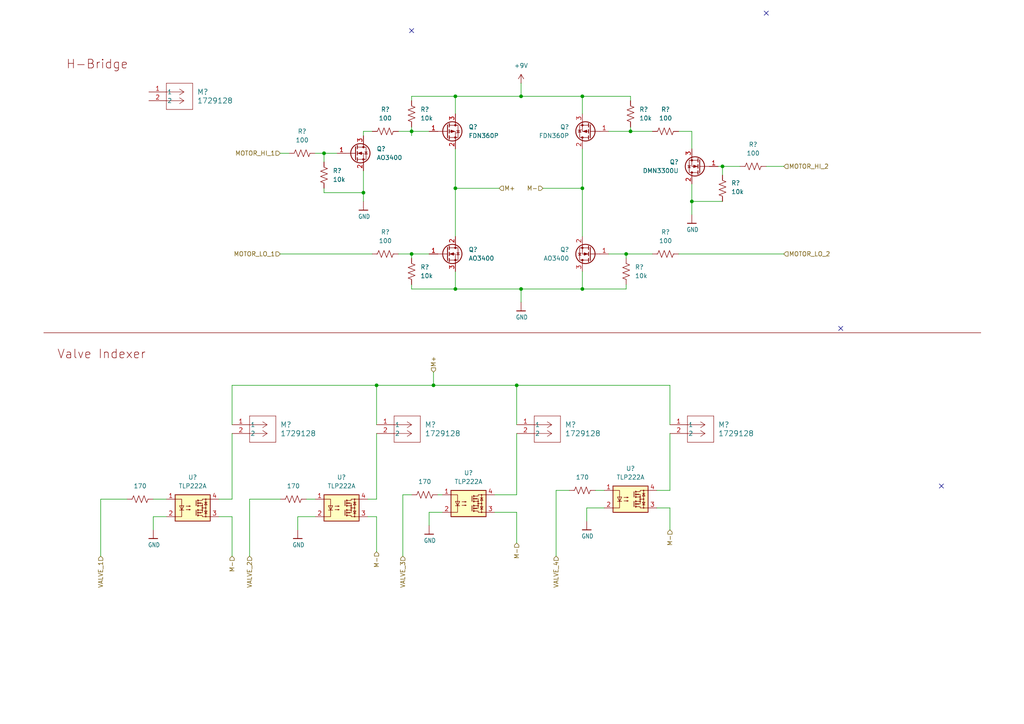
<source format=kicad_sch>
(kicad_sch (version 20250114) (generator "eeschema") (generator_version "9.0")
  (paper "A4")
  (lib_symbols
    (symbol "2025-11-01_13-33-45:1729128" (pin_names (offset 0.254))
      (property "Reference" "J" (at 8.89 6.35 0))
      (property "Value" "1729128" (at 0 0 0))
      (symbol "1729128_1_1"
        (polyline (pts (xy 5.08 2.54) (xy 5.08 -5.08)) (stroke (width 0.127)))
        (polyline (pts (xy 5.08 -5.08) (xy 12.7 -5.08)) (stroke (width 0.127)))
        (polyline (pts (xy 10.16 0) (xy 5.08 0)) (stroke (width 0.127)))
        (polyline (pts (xy 10.16 0) (xy 8.89 0.8467)) (stroke (width 0.127)))
        (polyline (pts (xy 10.16 0) (xy 8.89 -0.8467)) (stroke (width 0.127)))
        (polyline (pts (xy 10.16 -2.54) (xy 5.08 -2.54)) (stroke (width 0.127)))
        (polyline (pts (xy 10.16 -2.54) (xy 8.89 -1.6933)) (stroke (width 0.127)))
        (polyline (pts (xy 10.16 -2.54) (xy 8.89 -3.3867)) (stroke (width 0.127)))
        (polyline (pts (xy 12.7 2.54) (xy 5.08 2.54)) (stroke (width 0.127)))
        (polyline (pts (xy 12.7 -5.08) (xy 12.7 2.54)) (stroke (width 0.127)))
        (pin unspecified line (at 0 0 0) (length 5.08) (name "1") (number "1"))
        (pin unspecified line (at 0 -2.54 0) (length 5.08) (name "2") (number "2"))
      )
      (symbol "1729128_1_2"
        (polyline (pts (xy 5.08 2.54) (xy 5.08 -5.08)) (stroke (width 0.127)))
        (polyline (pts (xy 5.08 -5.08) (xy 12.7 -5.08)) (stroke (width 0.127)))
        (polyline (pts (xy 7.62 0) (xy 5.08 0)) (stroke (width 0.127)))
        (polyline (pts (xy 7.62 0) (xy 8.89 0.8467)) (stroke (width 0.127)))
        (polyline (pts (xy 7.62 0) (xy 8.89 -0.8467)) (stroke (width 0.127)))
        (polyline (pts (xy 7.62 -2.54) (xy 5.08 -2.54)) (stroke (width 0.127)))
        (polyline (pts (xy 7.62 -2.54) (xy 8.89 -1.6933)) (stroke (width 0.127)))
        (polyline (pts (xy 7.62 -2.54) (xy 8.89 -3.3867)) (stroke (width 0.127)))
        (polyline (pts (xy 12.7 2.54) (xy 5.08 2.54)) (stroke (width 0.127)))
        (polyline (pts (xy 12.7 -5.08) (xy 12.7 2.54)) (stroke (width 0.127)))
        (pin unspecified line (at 0 0 0) (length 5.08) (name "1") (number "1"))
        (pin unspecified line (at 0 -2.54 0) (length 5.08) (name "2") (number "2"))
      )
    )
    (symbol "Adafruit Feather RP2040 RFM-eagle-import:GND" (power)
      (symbol "GND_1_0"
        (polyline (pts (xy -1.27 0) (xy 1.27 0)) (stroke (width 0.254)))
        (pin power_in line (at 0 2.54 270) (length 2.54) (name "GND") (number "1"))
      )
    )
    (symbol "DMN3300U_1" (pin_names (offset 0) (hide yes))
      (property "Reference" "Q2" (at 6.35 1.2701 0))
      (property "Value" "DMN3300U" (at 6.35 -1.2699 0))
      (symbol "DMN3300U_1_0_1"
        (polyline (pts (xy 0.254 1.905) (xy 0.254 -1.905)) (stroke (width 0.254)))
        (polyline (pts (xy 0.254 0) (xy -2.54 0)))
        (polyline (pts (xy 0.762 2.286) (xy 0.762 1.27)) (stroke (width 0.254)))
        (polyline (pts (xy 0.762 0.508) (xy 0.762 -0.508)) (stroke (width 0.254)))
        (polyline (pts (xy 0.762 -1.27) (xy 0.762 -2.286)) (stroke (width 0.254)))
        (polyline (pts (xy 0.762 -1.778) (xy 3.302 -1.778) (xy 3.302 1.778) (xy 0.762 1.778)))
        (polyline (pts (xy 1.016 0) (xy 2.032 0.381) (xy 2.032 -0.381) (xy 1.016 0)) (fill (type outline)))
        (circle (center 1.651 0) (radius 2.794) (stroke (width 0.254)))
        (polyline (pts (xy 2.54 2.54) (xy 2.54 1.778)))
        (circle (center 2.54 1.778) (radius 0.254) (fill (type outline)))
        (circle (center 2.54 -1.778) (radius 0.254) (fill (type outline)))
        (polyline (pts (xy 2.54 -2.54) (xy 2.54 0) (xy 0.762 0)))
        (polyline (pts (xy 2.921 0.381) (xy 3.683 0.381)))
        (polyline (pts (xy 3.302 0.381) (xy 2.921 -0.254) (xy 3.683 -0.254) (xy 3.302 0.381)))
      )
      (symbol "DMN3300U_1_1_1"
        (pin input line (at -5.08 0 0) (length 2.54) (name "G") (number "1"))
        (pin passive line (at 2.54 5.08 270) (length 2.54) (name "S") (number "2"))
        (pin passive line (at 2.54 -5.08 90) (length 2.54) (name "D") (number "3"))
      )
    )
    (symbol "Device:R_US" (pin_numbers (hide yes)) (pin_names (offset 0))
      (property "Reference" "R" (at 2.54 0 90))
      (property "Value" "R_US" (at -2.54 0 90))
      (symbol "R_US_0_1"
        (polyline (pts (xy 0 2.286) (xy 0 2.54)))
        (polyline (pts (xy 0 2.286) (xy 1.016 1.905) (xy 0 1.524) (xy -1.016 1.143) (xy 0 0.762)))
        (polyline (pts (xy 0 0.762) (xy 1.016 0.381) (xy 0 0) (xy -1.016 -0.381) (xy 0 -0.762)))
        (polyline (pts (xy 0 -0.762) (xy 1.016 -1.143) (xy 0 -1.524) (xy -1.016 -1.905) (xy 0 -2.286)))
        (polyline (pts (xy 0 -2.286) (xy 0 -2.54)))
      )
      (symbol "R_US_1_1"
        (pin passive line (at 0 3.81 270) (length 1.27) (name "~") (number "1"))
        (pin passive line (at 0 -3.81 90) (length 1.27) (name "~") (number "2"))
      )
    )
    (symbol "FDN340P_1" (pin_names (hide yes))
      (property "Reference" "Q9" (at 6.35 -1.2701 0))
      (property "Value" "FDN340P" (at 6.35 1.2699 0))
      (symbol "FDN340P_1_0_1"
        (polyline (pts (xy 0.254 1.905) (xy 0.254 -1.905)) (stroke (width 0.254)))
        (polyline (pts (xy 0.254 0) (xy -2.54 0)))
        (polyline (pts (xy 0.762 2.286) (xy 0.762 1.27)) (stroke (width 0.254)))
        (polyline (pts (xy 0.762 1.778) (xy 3.302 1.778) (xy 3.302 -1.778) (xy 0.762 -1.778)))
        (polyline (pts (xy 0.762 0.508) (xy 0.762 -0.508)) (stroke (width 0.254)))
        (polyline (pts (xy 0.762 -1.27) (xy 0.762 -2.286)) (stroke (width 0.254)))
        (circle (center 1.651 0) (radius 2.794) (stroke (width 0.254)))
        (polyline (pts (xy 2.286 0) (xy 1.27 0.381) (xy 1.27 -0.381) (xy 2.286 0)) (fill (type outline)))
        (polyline (pts (xy 2.54 2.54) (xy 2.54 1.778)))
        (circle (center 2.54 1.778) (radius 0.254) (fill (type outline)))
        (circle (center 2.54 -1.778) (radius 0.254) (fill (type outline)))
        (polyline (pts (xy 2.54 -2.54) (xy 2.54 0) (xy 0.762 0)))
        (polyline (pts (xy 2.794 -0.508) (xy 2.921 -0.381) (xy 3.683 -0.381) (xy 3.81 -0.254)))
        (polyline (pts (xy 3.302 -0.381) (xy 2.921 0.254) (xy 3.683 0.254) (xy 3.302 -0.381)))
      )
      (symbol "FDN340P_1_1_1"
        (pin input line (at -5.08 0 0) (length 2.54) (name "G") (number "1"))
        (pin passive line (at 2.54 5.08 270) (length 2.54) (name "S") (number "2"))
        (pin passive line (at 2.54 -5.08 90) (length 2.54) (name "D") (number "3"))
      )
    )
    (symbol "Relay_SolidState:TLP222A"
      (property "Reference" "U" (at -5.08 5.08 0))
      (property "Value" "TLP222A" (at 0 5.08 0))
      (symbol "TLP222A_0_1"
        (rectangle (start -5.08 3.81) (end 5.08 -3.81) (stroke (width 0.254)) (fill (type background)))
        (polyline (pts (xy -5.08 2.54) (xy -3.175 2.54) (xy -3.175 -2.54) (xy -5.08 -2.54)))
        (polyline (pts (xy -3.81 -0.635) (xy -2.54 -0.635)))
        (polyline (pts (xy -3.175 -0.635) (xy -3.81 0.635) (xy -2.54 0.635) (xy -3.175 -0.635)))
        (polyline (pts (xy -1.905 0.508) (xy -0.635 0.508) (xy -1.016 0.381) (xy -1.016 0.635) (xy -0.635 0.508)))
        (polyline (pts (xy -1.905 -0.508) (xy -0.635 -0.508) (xy -1.016 -0.635) (xy -1.016 -0.381) (xy -0.635 -0.508)))
        (polyline (pts (xy 1.016 2.159) (xy 1.016 0.635)) (stroke (width 0.2032)))
        (polyline (pts (xy 1.016 -0.635) (xy 1.016 -2.159)) (stroke (width 0.2032)))
        (polyline (pts (xy 1.524 2.286) (xy 1.524 2.032) (xy 1.524 2.032)) (stroke (width 0.3556)))
        (polyline (pts (xy 1.524 1.524) (xy 1.524 1.27) (xy 1.524 1.27)) (stroke (width 0.3556)))
        (polyline (pts (xy 1.524 0.762) (xy 1.524 0.508) (xy 1.524 0.508)) (stroke (width 0.3556)))
        (polyline (pts (xy 1.524 -0.508) (xy 1.524 -0.762)) (stroke (width 0.3556)))
        (polyline (pts (xy 1.524 -1.27) (xy 1.524 -1.524) (xy 1.524 -1.524)) (stroke (width 0.3556)))
        (polyline (pts (xy 1.524 -2.032) (xy 1.524 -2.286) (xy 1.524 -2.286)) (stroke (width 0.3556)))
        (polyline (pts (xy 1.651 2.159) (xy 2.794 2.159) (xy 2.794 2.54) (xy 5.08 2.54)))
        (polyline (pts (xy 1.651 1.397) (xy 2.794 1.397) (xy 2.794 0.635)))
        (polyline (pts (xy 1.651 -0.635) (xy 2.794 -0.635) (xy 2.794 0.635) (xy 1.651 0.635)))
        (polyline (pts (xy 1.651 -1.397) (xy 2.794 -1.397) (xy 2.794 -0.635)))
        (polyline (pts (xy 1.651 -2.159) (xy 2.794 -2.159) (xy 2.794 -2.54) (xy 5.08 -2.54)))
        (polyline (pts (xy 1.778 1.397) (xy 2.286 1.524) (xy 2.286 1.27) (xy 1.778 1.397)))
        (polyline (pts (xy 1.778 -1.397) (xy 2.286 -1.27) (xy 2.286 -1.524) (xy 1.778 -1.397)))
        (circle (center 2.794 0.635) (radius 0.127))
        (polyline (pts (xy 2.794 0) (xy 3.81 0)))
        (circle (center 2.794 0) (radius 0.127))
        (circle (center 2.794 -0.635) (radius 0.127))
        (polyline (pts (xy 3.429 1.651) (xy 4.191 1.651)))
        (polyline (pts (xy 3.429 -1.651) (xy 4.191 -1.651)))
        (circle (center 3.81 2.54) (radius 0.127))
        (polyline (pts (xy 3.81 1.651) (xy 3.429 0.889) (xy 4.191 0.889) (xy 3.81 1.651)))
        (circle (center 3.81 0) (radius 0.127))
        (polyline (pts (xy 3.81 -1.651) (xy 3.429 -0.889) (xy 4.191 -0.889) (xy 3.81 -1.651)))
        (polyline (pts (xy 3.81 -2.54) (xy 3.81 2.54)))
        (circle (center 3.81 -2.54) (radius 0.127))
      )
      (symbol "TLP222A_1_1"
        (pin passive line (at -7.62 2.54 0) (length 2.54) (name "~") (number "1"))
        (pin passive line (at -7.62 -2.54 0) (length 2.54) (name "~") (number "2"))
        (pin passive line (at 7.62 2.54 180) (length 2.54) (name "~") (number "4"))
        (pin passive line (at 7.62 -2.54 180) (length 2.54) (name "~") (number "3"))
      )
    )
    (symbol "Transistor_FET:DMN3300U" (pin_names (offset 0) (hide yes))
      (property "Reference" "Q" (at 5.08 1.905 0))
      (property "Value" "DMN3300U" (at 5.08 0 0))
      (symbol "DMN3300U_0_1"
        (polyline (pts (xy 0.254 1.905) (xy 0.254 -1.905)) (stroke (width 0.254)))
        (polyline (pts (xy 0.254 0) (xy -2.54 0)))
        (polyline (pts (xy 0.762 2.286) (xy 0.762 1.27)) (stroke (width 0.254)))
        (polyline (pts (xy 0.762 0.508) (xy 0.762 -0.508)) (stroke (width 0.254)))
        (polyline (pts (xy 0.762 -1.27) (xy 0.762 -2.286)) (stroke (width 0.254)))
        (polyline (pts (xy 0.762 -1.778) (xy 3.302 -1.778) (xy 3.302 1.778) (xy 0.762 1.778)))
        (polyline (pts (xy 1.016 0) (xy 2.032 0.381) (xy 2.032 -0.381) (xy 1.016 0)) (fill (type outline)))
        (circle (center 1.651 0) (radius 2.794) (stroke (width 0.254)))
        (polyline (pts (xy 2.54 2.54) (xy 2.54 1.778)))
        (circle (center 2.54 1.778) (radius 0.254) (fill (type outline)))
        (circle (center 2.54 -1.778) (radius 0.254) (fill (type outline)))
        (polyline (pts (xy 2.54 -2.54) (xy 2.54 0) (xy 0.762 0)))
        (polyline (pts (xy 2.921 0.381) (xy 3.683 0.381)))
        (polyline (pts (xy 3.302 0.381) (xy 2.921 -0.254) (xy 3.683 -0.254) (xy 3.302 0.381)))
      )
      (symbol "DMN3300U_1_1"
        (pin input line (at -5.08 0 0) (length 2.54) (name "G") (number "1"))
        (pin passive line (at 2.54 5.08 270) (length 2.54) (name "D") (number "3"))
        (pin passive line (at 2.54 -5.08 90) (length 2.54) (name "S") (number "2"))
      )
    )
    (symbol "Transistor_FET:FDN340P" (pin_names (hide yes))
      (property "Reference" "Q" (at 5.08 1.905 0))
      (property "Value" "FDN340P" (at 5.08 0 0))
      (symbol "FDN340P_0_1"
        (polyline (pts (xy 0.254 1.905) (xy 0.254 -1.905)) (stroke (width 0.254)))
        (polyline (pts (xy 0.254 0) (xy -2.54 0)))
        (polyline (pts (xy 0.762 2.286) (xy 0.762 1.27)) (stroke (width 0.254)))
        (polyline (pts (xy 0.762 1.778) (xy 3.302 1.778) (xy 3.302 -1.778) (xy 0.762 -1.778)))
        (polyline (pts (xy 0.762 0.508) (xy 0.762 -0.508)) (stroke (width 0.254)))
        (polyline (pts (xy 0.762 -1.27) (xy 0.762 -2.286)) (stroke (width 0.254)))
        (circle (center 1.651 0) (radius 2.794) (stroke (width 0.254)))
        (polyline (pts (xy 2.286 0) (xy 1.27 0.381) (xy 1.27 -0.381) (xy 2.286 0)) (fill (type outline)))
        (polyline (pts (xy 2.54 2.54) (xy 2.54 1.778)))
        (circle (center 2.54 1.778) (radius 0.254) (fill (type outline)))
        (circle (center 2.54 -1.778) (radius 0.254) (fill (type outline)))
        (polyline (pts (xy 2.54 -2.54) (xy 2.54 0) (xy 0.762 0)))
        (polyline (pts (xy 2.794 -0.508) (xy 2.921 -0.381) (xy 3.683 -0.381) (xy 3.81 -0.254)))
        (polyline (pts (xy 3.302 -0.381) (xy 2.921 0.254) (xy 3.683 0.254) (xy 3.302 -0.381)))
      )
      (symbol "FDN340P_1_1"
        (pin input line (at -5.08 0 0) (length 2.54) (name "G") (number "1"))
        (pin passive line (at 2.54 5.08 270) (length 2.54) (name "D") (number "3"))
        (pin passive line (at 2.54 -5.08 90) (length 2.54) (name "S") (number "2"))
      )
    )
    (symbol "power:+9V" (power) (pin_numbers (hide yes)) (pin_names (offset 0) (hide yes))
      (property "Value" "+9V" (at 0 3.556 0))
      (symbol "+9V_0_1"
        (polyline (pts (xy -0.762 1.27) (xy 0 2.54)))
        (polyline (pts (xy 0 2.54) (xy 0.762 1.27)))
        (polyline (pts (xy 0 0) (xy 0 2.54)))
      )
      (symbol "+9V_1_1"
        (pin power_in line (at 0 0 90) (length 0) (name "~") (number "1"))
      )
    )
  )
  (text "Valve Indexer\n" (at 29.464 102.87 0) (effects (font (size 2.54 2.54))))
  (text "H-Bridge" (at 28.194 18.796 0) (effects (font (size 2.54 2.54))))
  (junction (at 149.86 111.76))
  (junction (at 151.13 27.94))
  (junction (at 182.88 38.1))
  (junction (at 109.22 111.76))
  (junction (at 119.38 73.66))
  (junction (at 93.98 44.45))
  (junction (at 181.61 73.66))
  (junction (at 119.38 38.1))
  (junction (at 132.08 27.94))
  (junction (at 209.55 48.26))
  (junction (at 125.73 111.76))
  (junction (at 200.66 58.42))
  (junction (at 132.08 83.82))
  (junction (at 168.91 54.61))
  (junction (at 151.13 83.82))
  (junction (at 105.41 55.88))
  (junction (at 168.91 27.94))
  (junction (at 168.91 83.82))
  (junction (at 132.08 54.61))
  (no_connect (at 222.25 3.81))
  (no_connect (at 179.07 -38.1))
  (no_connect (at 243.84 95.25))
  (no_connect (at 119.38 8.89))
  (no_connect (at 273.05 140.97))
  (wire (pts (xy 168.91 83.82) (xy 181.61 83.82)))
  (wire (pts (xy 161.29 161.29) (xy 161.29 142.24)))
  (wire (pts (xy 48.26 149.86) (xy 44.45 149.86)))
  (wire (pts (xy 132.08 54.61) (xy 132.08 68.58)))
  (wire (pts (xy 119.38 83.82) (xy 132.08 83.82)))
  (wire (pts (xy 67.31 125.73) (xy 67.31 144.78)))
  (wire (pts (xy 149.86 111.76) (xy 194.31 111.76)))
  (wire (pts (xy 151.13 83.82) (xy 168.91 83.82)))
  (wire (pts (xy 176.53 38.1) (xy 182.88 38.1)))
  (wire (pts (xy 161.29 142.24) (xy 165.1 142.24)))
  (wire (pts (xy 157.48 54.61) (xy 168.91 54.61)))
  (wire (pts (xy 132.08 33.02) (xy 132.08 27.94)))
  (wire (pts (xy 67.31 144.78) (xy 63.5 144.78)))
  (wire (pts (xy 200.66 38.1) (xy 200.66 43.18)))
  (wire (pts (xy 119.38 82.55) (xy 119.38 83.82)))
  (wire (pts (xy 168.91 27.94) (xy 182.88 27.94)))
  (wire (pts (xy 209.55 48.26) (xy 209.55 50.8)))
  (wire (pts (xy 132.08 54.61) (xy 144.78 54.61)))
  (wire (pts (xy 190.5 147.32) (xy 194.31 147.32)))
  (wire (pts (xy 128.27 143.51) (xy 127 143.51)))
  (wire (pts (xy 44.45 149.86) (xy 44.45 153.67)))
  (wire (pts (xy 109.22 125.73) (xy 109.22 144.78)))
  (wire (pts (xy 86.36 149.86) (xy 91.44 149.86)))
  (wire (pts (xy 93.98 55.88) (xy 105.41 55.88)))
  (wire (pts (xy 196.85 38.1) (xy 200.66 38.1)))
  (wire (pts (xy 181.61 83.82) (xy 181.61 82.55)))
  (wire (pts (xy 172.72 142.24) (xy 175.26 142.24)))
  (wire (pts (xy 109.22 111.76) (xy 109.22 123.19)))
  (wire (pts (xy 105.41 55.88) (xy 105.41 49.53)))
  (wire (pts (xy 182.88 36.83) (xy 182.88 38.1)))
  (wire (pts (xy 208.28 48.26) (xy 209.55 48.26)))
  (wire (pts (xy 93.98 44.45) (xy 97.79 44.45)))
  (wire (pts (xy 151.13 83.82) (xy 151.13 87.63)))
  (wire (pts (xy 29.21 144.78) (xy 36.83 144.78)))
  (wire (pts (xy 194.31 147.32) (xy 194.31 153.67)))
  (wire (pts (xy 105.41 38.1) (xy 105.41 39.37)))
  (wire (pts (xy 115.57 73.66) (xy 119.38 73.66)))
  (wire (pts (xy 170.18 147.32) (xy 175.26 147.32)))
  (wire (pts (xy 182.88 38.1) (xy 189.23 38.1)))
  (wire (pts (xy 222.25 48.26) (xy 227.33 48.26)))
  (wire (pts (xy 119.38 38.1) (xy 124.46 38.1)))
  (wire (pts (xy 119.38 29.21) (xy 119.38 27.94)))
  (wire (pts (xy 93.98 54.61) (xy 93.98 55.88)))
  (wire (pts (xy 132.08 43.18) (xy 132.08 54.61)))
  (wire (pts (xy 196.85 73.66) (xy 227.33 73.66)))
  (wire (pts (xy 72.39 161.29) (xy 72.39 144.78)))
  (wire (pts (xy 119.38 27.94) (xy 132.08 27.94)))
  (wire (pts (xy 128.27 148.59) (xy 124.46 148.59)))
  (wire (pts (xy 109.22 144.78) (xy 106.68 144.78)))
  (wire (pts (xy 168.91 27.94) (xy 168.91 33.02)))
  (wire (pts (xy 106.68 149.86) (xy 109.22 149.86)))
  (wire (pts (xy 149.86 148.59) (xy 143.51 148.59)))
  (wire (pts (xy 200.66 58.42) (xy 200.66 62.23)))
  (wire (pts (xy 81.28 73.66) (xy 107.95 73.66)))
  (wire (pts (xy 149.86 143.51) (xy 143.51 143.51)))
  (wire (pts (xy 168.91 54.61) (xy 168.91 68.58)))
  (wire (pts (xy 181.61 73.66) (xy 189.23 73.66)))
  (wire (pts (xy 209.55 48.26) (xy 214.63 48.26)))
  (wire (pts (xy 115.57 38.1) (xy 119.38 38.1)))
  (wire (pts (xy 29.21 161.29) (xy 29.21 144.78)))
  (wire (pts (xy 88.9 144.78) (xy 91.44 144.78)))
  (wire (pts (xy 132.08 83.82) (xy 151.13 83.82)))
  (wire (pts (xy 176.53 73.66) (xy 181.61 73.66)))
  (wire (pts (xy 168.91 43.18) (xy 168.91 54.61)))
  (wire (pts (xy 63.5 149.86) (xy 67.31 149.86)))
  (wire (pts (xy 125.73 111.76) (xy 149.86 111.76)))
  (wire (pts (xy 119.38 36.83) (xy 119.38 38.1)))
  (wire (pts (xy 194.31 142.24) (xy 190.5 142.24)))
  (wire (pts (xy 119.38 74.93) (xy 119.38 73.66)))
  (wire (pts (xy 81.28 44.45) (xy 83.82 44.45)))
  (wire (pts (xy 67.31 111.76) (xy 67.31 123.19)))
  (wire (pts (xy 119.38 39.37) (xy 119.38 38.1)))
  (wire (pts (xy 125.73 107.95) (xy 125.73 111.76)))
  (wire (pts (xy 149.86 111.76) (xy 149.86 123.19)))
  (wire (pts (xy 109.22 111.76) (xy 125.73 111.76)))
  (wire (pts (xy 194.31 125.73) (xy 194.31 142.24)))
  (wire (pts (xy 181.61 74.93) (xy 181.61 73.66)))
  (wire (pts (xy 151.13 24.13) (xy 151.13 27.94)))
  (wire (pts (xy 91.44 44.45) (xy 93.98 44.45)))
  (wire (pts (xy 109.22 149.86) (xy 109.22 160.02)))
  (wire (pts (xy 194.31 111.76) (xy 194.31 123.19)))
  (wire (pts (xy 107.95 38.1) (xy 105.41 38.1)))
  (wire (pts (xy 200.66 58.42) (xy 209.55 58.42)))
  (wire (pts (xy 119.38 73.66) (xy 124.46 73.66)))
  (wire (pts (xy 86.36 153.67) (xy 86.36 149.86)))
  (wire (pts (xy 67.31 111.76) (xy 109.22 111.76)))
  (wire (pts (xy 149.86 125.73) (xy 149.86 143.51)))
  (wire (pts (xy 124.46 148.59) (xy 124.46 152.4)))
  (wire (pts (xy 151.13 27.94) (xy 168.91 27.94)))
  (wire (pts (xy 132.08 78.74) (xy 132.08 83.82)))
  (wire (pts (xy 116.84 143.51) (xy 116.84 161.29)))
  (wire (pts (xy 72.39 144.78) (xy 81.28 144.78)))
  (wire (pts (xy 170.18 151.13) (xy 170.18 147.32)))
  (wire (pts (xy 119.38 143.51) (xy 116.84 143.51)))
  (wire (pts (xy 200.66 53.34) (xy 200.66 58.42)))
  (wire (pts (xy 67.31 149.86) (xy 67.31 161.29)))
  (wire (pts (xy 182.88 27.94) (xy 182.88 29.21)))
  (polyline (pts (xy 12.7 96.52) (xy 284.48 96.52)) (stroke (width 0) (type solid) (color 132 0 0 1)))
  (wire (pts (xy 149.86 157.48) (xy 149.86 148.59)))
  (wire (pts (xy 105.41 55.88) (xy 105.41 58.42)))
  (wire (pts (xy 48.26 144.78) (xy 44.45 144.78)))
  (wire (pts (xy 168.91 78.74) (xy 168.91 83.82)))
  (wire (pts (xy 93.98 46.99) (xy 93.98 44.45)))
  (wire (pts (xy 132.08 27.94) (xy 151.13 27.94)))
  (hierarchical_label "MOTOR_HI_2" (shape input) (at 227.33 48.26 0))
  (hierarchical_label "MOTOR_LO_1" (shape input) (at 81.28 73.66 180))
  (hierarchical_label "M-" (shape input) (at 194.31 153.67 270))
  (hierarchical_label "M-" (shape input) (at 109.22 160.02 270))
  (hierarchical_label "M-" (shape input) (at 157.48 54.61 180))
  (hierarchical_label "MOTOR_LO_2" (shape input) (at 227.33 73.66 0))
  (hierarchical_label "MOTOR_HI_1" (shape input) (at 81.28 44.45 180))
  (hierarchical_label "M-" (shape input) (at 149.86 157.48 270))
  (hierarchical_label "M-" (shape input) (at 67.31 161.29 270))
  (hierarchical_label "M+" (shape input) (at 144.78 54.61 0))
  (hierarchical_label "VALVE_2" (shape input) (at 72.39 161.29 270))
  (hierarchical_label "VALVE_4" (shape input) (at 161.29 161.29 270))
  (hierarchical_label "VALVE_1" (shape input) (at 29.21 161.29 270))
  (hierarchical_label "VALVE_3" (shape input) (at 116.84 161.29 270))
  (hierarchical_label "M+" (shape input) (at 125.73 107.95 90))
  (symbol (lib_id "Device:R_US") (at 193.04 73.66 270) (unit 1)
    (property "Reference" "R?" (at 193.04 67.31 90))
    (property "Value" "100" (at 193.04 69.85 90))
    (property "Footprint" "Resistor_SMD:R_0805_2012Metric" (effects (hide yes)))
    (property "Description" "Resistor, US symbol" (effects (hide yes)))
  )
  (symbol (lib_id "2025-11-01_13-33-45:1729128") (at 43.18 26.67 0) (unit 1)
    (property "Reference" "M?" (at 57.15 26.6699 0) (effects (font (size 1.524 1.524)) (justify left)))
    (property "Value" "1729128" (at 57.15 29.2099 0) (effects (font (size 1.524 1.524)) (justify left)))
    (property "Footprint" "footprints:CONN_1729128_PXC" (effects (hide yes)))
    (property "Datasheet" "1729128" (effects (hide yes)))
  )
  (symbol (lib_name "DMN3300U_1") (lib_id "Transistor_FET:DMN3300U") (at 129.54 73.66 0) (unit 1)
    (property "Reference" "Q?" (at 135.89 72.3899 0) (effects (justify left)))
    (property "Value" "AO3400" (at 135.89 74.9299 0) (effects (justify left)))
    (property "Footprint" "Package_TO_SOT_SMD:SOT-23" (effects (hide yes)))
    (property "Datasheet" "http://www.diodes.com/assets/Datasheets/ds31181.pdf" (effects (hide yes)))
    (property "Description" "2A Id, 30V Vds, N-Channel MOSFET, SOT-23" (effects (hide yes)))
  )
  (symbol (lib_id "Device:R_US") (at 193.04 38.1 270) (unit 1)
    (property "Reference" "R?" (at 193.04 31.75 90))
    (property "Value" "100" (at 193.04 34.29 90))
    (property "Footprint" "Resistor_SMD:R_0805_2012Metric" (effects (hide yes)))
    (property "Description" "Resistor, US symbol" (effects (hide yes)))
  )
  (symbol (lib_id "Relay_SolidState:TLP222A") (at 55.88 147.32 0) (unit 1)
    (property "Reference" "U?" (at 55.88 138.43 0))
    (property "Value" "TLP222A" (at 55.88 140.97 0))
    (property "Footprint" "Package_DIP:DIP-4_W7.62mm" (effects (hide yes)))
    (property "Datasheet" "https://toshiba.semicon-storage.com/info/docget.jsp?did=17036&prodName=TLP222A" (effects (hide yes)))
    (property "Description" "MOSFET Photorelay 1-Form-A, Voff 60V, Ion 0,5A, DIP4" (effects (hide yes)))
  )
  (symbol (lib_id "power:+9V") (at 151.13 24.13 0) (unit 1)
    (property "Reference" "#PWR?" (effects (hide yes)))
    (property "Value" "+9V" (at 151.13 19.05 0))
    (property "Description" "Power symbol creates a global label with name \"+9V\"" (effects (hide yes)))
  )
  (symbol (lib_id "Transistor_FET:DMN3300U") (at 102.87 44.45 0) (unit 1)
    (property "Reference" "Q?" (at 109.22 43.1799 0) (effects (justify left)))
    (property "Value" "AO3400" (at 109.22 45.7199 0) (effects (justify left)))
    (property "Footprint" "Package_TO_SOT_SMD:SOT-23" (effects (hide yes)))
    (property "Datasheet" "http://www.diodes.com/assets/Datasheets/ds31181.pdf" (effects (hide yes)))
    (property "Description" "2A Id, 30V Vds, N-Channel MOSFET, SOT-23" (effects (hide yes)))
  )
  (symbol (lib_id "Device:R_US") (at 85.09 144.78 90) (unit 1)
    (property "Reference" "R?" (effects (hide yes)))
    (property "Value" "170" (at 85.09 140.97 90))
    (property "Footprint" "Resistor_SMD:R_0805_2012Metric" (effects (hide yes)))
    (property "Description" "Resistor, US symbol" (effects (hide yes)))
  )
  (symbol (lib_id "Adafruit Feather RP2040 RFM-eagle-import:GND") (at 44.45 156.21 0) (unit 1)
    (property "Reference" "#U$?" (effects (hide yes)))
    (property "Value" "GND" (at 42.926 158.75 0) (effects (font (size 1.27 1.0795)) (justify left bottom)))
  )
  (symbol (lib_id "Relay_SolidState:TLP222A") (at 135.89 146.05 0) (unit 1)
    (property "Reference" "U?" (at 135.89 137.16 0))
    (property "Value" "TLP222A" (at 135.89 139.7 0))
    (property "Footprint" "Package_DIP:DIP-4_W7.62mm" (effects (hide yes)))
    (property "Datasheet" "https://toshiba.semicon-storage.com/info/docget.jsp?did=17036&prodName=TLP222A" (effects (hide yes)))
    (property "Description" "MOSFET Photorelay 1-Form-A, Voff 60V, Ion 0,5A, DIP4" (effects (hide yes)))
  )
  (symbol (lib_id "Device:R_US") (at 40.64 144.78 90) (unit 1)
    (property "Reference" "R?" (effects (hide yes)))
    (property "Value" "170" (at 40.64 140.97 90))
    (property "Footprint" "Resistor_SMD:R_0805_2012Metric" (effects (hide yes)))
    (property "Description" "Resistor, US symbol" (effects (hide yes)))
  )
  (symbol (lib_id "Device:R_US") (at 111.76 73.66 270) (unit 1)
    (property "Reference" "R?" (at 111.76 67.31 90))
    (property "Value" "100" (at 111.76 69.85 90))
    (property "Description" "Resistor, US symbol" (effects (hide yes)))
  )
  (symbol (lib_id "Device:R_US") (at 93.98 50.8 0) (unit 1)
    (property "Reference" "R?" (at 96.52 49.5299 0) (effects (justify left)))
    (property "Value" "10k" (at 96.52 52.0699 0) (effects (justify left)))
    (property "Footprint" "Resistor_SMD:R_0805_2012Metric" (effects (hide yes)))
    (property "Description" "Resistor, US symbol" (effects (hide yes)))
  )
  (symbol (lib_id "Adafruit Feather RP2040 RFM-eagle-import:GND") (at 151.13 90.17 0) (unit 1)
    (property "Reference" "#U$?" (effects (hide yes)))
    (property "Value" "GND" (at 149.606 92.71 0) (effects (font (size 1.27 1.0795)) (justify left bottom)))
  )
  (symbol (lib_name "FDN340P_1") (lib_id "Transistor_FET:FDN340P") (at 171.45 38.1 180) (unit 1)
    (property "Reference" "Q?" (at 165.1 36.8299 0) (effects (justify left)))
    (property "Value" "FDN360P" (at 165.1 39.3699 0) (effects (justify left)))
    (property "Footprint" "Package_TO_SOT_SMD:SOT-23" (effects (hide yes)))
    (property "Datasheet" "https://www.onsemi.com/pub/Collateral/FDN340P-D.PDF" (effects (hide yes)))
    (property "Description" "-2A Id, -20V Vds, P-Channel MOSFET, 70mOhm Ron, SOT-23" (effects (hide yes)))
  )
  (symbol (lib_id "Device:R_US") (at 181.61 78.74 0) (unit 1)
    (property "Reference" "R?" (at 184.15 77.4699 0) (effects (justify left)))
    (property "Value" "10k" (at 184.15 80.0099 0) (effects (justify left)))
    (property "Footprint" "Resistor_SMD:R_0805_2012Metric" (effects (hide yes)))
    (property "Description" "Resistor, US symbol" (effects (hide yes)))
  )
  (symbol (lib_id "2025-11-01_13-33-45:1729128") (at 109.22 123.19 0) (unit 1)
    (property "Reference" "M?" (at 123.19 123.1899 0) (effects (font (size 1.524 1.524)) (justify left)))
    (property "Value" "1729128" (at 123.19 125.7299 0) (effects (font (size 1.524 1.524)) (justify left)))
    (property "Footprint" "footprints:CONN_1729128_PXC" (effects (hide yes)))
    (property "Datasheet" "1729128" (effects (hide yes)))
  )
  (symbol (lib_id "Device:R_US") (at 123.19 143.51 90) (unit 1)
    (property "Reference" "R?" (effects (hide yes)))
    (property "Value" "170" (at 123.19 139.7 90))
    (property "Footprint" "Resistor_SMD:R_0805_2012Metric" (effects (hide yes)))
    (property "Description" "Resistor, US symbol" (effects (hide yes)))
  )
  (symbol (lib_id "2025-11-01_13-33-45:1729128") (at 194.31 123.19 0) (unit 1)
    (property "Reference" "M?" (at 208.28 123.1899 0) (effects (font (size 1.524 1.524)) (justify left)))
    (property "Value" "1729128" (at 208.28 125.7299 0) (effects (font (size 1.524 1.524)) (justify left)))
    (property "Footprint" "footprints:CONN_1729128_PXC" (effects (hide yes)))
    (property "Datasheet" "1729128" (effects (hide yes)))
  )
  (symbol (lib_id "Device:R_US") (at 119.38 33.02 0) (unit 1)
    (property "Reference" "R?" (at 121.92 31.7499 0) (effects (justify left)))
    (property "Value" "10k" (at 121.92 34.2899 0) (effects (justify left)))
    (property "Footprint" "Capacitor_SMD:C_0805_2012Metric" (effects (hide yes)))
    (property "Description" "Resistor, US symbol" (effects (hide yes)))
  )
  (symbol (lib_id "Device:R_US") (at 119.38 78.74 0) (unit 1)
    (property "Reference" "R?" (at 121.92 77.4699 0) (effects (justify left)))
    (property "Value" "10k" (at 121.92 80.0099 0) (effects (justify left)))
    (property "Footprint" "Resistor_SMD:R_0805_2012Metric" (effects (hide yes)))
    (property "Description" "Resistor, US symbol" (effects (hide yes)))
  )
  (symbol (lib_id "Device:R_US") (at 182.88 33.02 0) (unit 1)
    (property "Reference" "R?" (at 185.42 31.7499 0) (effects (justify left)))
    (property "Value" "10k" (at 185.42 34.2899 0) (effects (justify left)))
    (property "Footprint" "Resistor_SMD:R_0805_2012Metric" (effects (hide yes)))
    (property "Description" "Resistor, US symbol" (effects (hide yes)))
  )
  (symbol (lib_id "Device:R_US") (at 218.44 48.26 270) (unit 1)
    (property "Reference" "R?" (at 218.44 41.91 90))
    (property "Value" "100" (at 218.44 44.45 90))
    (property "Footprint" "Resistor_SMD:R_0805_2012Metric" (effects (hide yes)))
    (property "Description" "Resistor, US symbol" (effects (hide yes)))
  )
  (symbol (lib_id "Device:R_US") (at 168.91 142.24 90) (unit 1)
    (property "Reference" "R?" (effects (hide yes)))
    (property "Value" "170" (at 168.91 138.43 90))
    (property "Footprint" "Resistor_SMD:R_0805_2012Metric" (effects (hide yes)))
    (property "Description" "Resistor, US symbol" (effects (hide yes)))
  )
  (symbol (lib_id "2025-11-01_13-33-45:1729128") (at 149.86 123.19 0) (unit 1)
    (property "Reference" "M?" (at 163.83 123.1899 0) (effects (font (size 1.524 1.524)) (justify left)))
    (property "Value" "1729128" (at 163.83 125.7299 0) (effects (font (size 1.524 1.524)) (justify left)))
    (property "Footprint" "footprints:CONN_1729128_PXC" (effects (hide yes)))
    (property "Datasheet" "1729128" (effects (hide yes)))
  )
  (symbol (lib_id "Device:R_US") (at 111.76 38.1 270) (unit 1)
    (property "Reference" "R?" (at 111.76 31.75 90))
    (property "Value" "100" (at 111.76 34.29 90))
    (property "Footprint" "Capacitor_SMD:C_0805_2012Metric" (effects (hide yes)))
    (property "Description" "Resistor, US symbol" (effects (hide yes)))
  )
  (symbol (lib_id "Adafruit Feather RP2040 RFM-eagle-import:GND") (at 124.46 154.94 0) (unit 1)
    (property "Reference" "#U$?" (effects (hide yes)))
    (property "Value" "GND" (at 122.936 157.48 0) (effects (font (size 1.27 1.0795)) (justify left bottom)))
  )
  (symbol (lib_id "Adafruit Feather RP2040 RFM-eagle-import:GND") (at 170.18 153.67 0) (unit 1)
    (property "Reference" "#U$?" (effects (hide yes)))
    (property "Value" "GND" (at 168.656 156.21 0) (effects (font (size 1.27 1.0795)) (justify left bottom)))
  )
  (symbol (lib_id "Relay_SolidState:TLP222A") (at 182.88 144.78 0) (unit 1)
    (property "Reference" "U?" (at 182.88 135.89 0))
    (property "Value" "TLP222A" (at 182.88 138.43 0))
    (property "Footprint" "Package_DIP:DIP-4_W7.62mm" (effects (hide yes)))
    (property "Datasheet" "https://toshiba.semicon-storage.com/info/docget.jsp?did=17036&prodName=TLP222A" (effects (hide yes)))
    (property "Description" "MOSFET Photorelay 1-Form-A, Voff 60V, Ion 0,5A, DIP4" (effects (hide yes)))
  )
  (symbol (lib_id "Relay_SolidState:TLP222A") (at 99.06 147.32 0) (unit 1)
    (property "Reference" "U?" (at 99.06 138.43 0))
    (property "Value" "TLP222A" (at 99.06 140.97 0))
    (property "Footprint" "Package_DIP:DIP-4_W7.62mm" (effects (hide yes)))
    (property "Datasheet" "https://toshiba.semicon-storage.com/info/docget.jsp?did=17036&prodName=TLP222A" (effects (hide yes)))
    (property "Description" "MOSFET Photorelay 1-Form-A, Voff 60V, Ion 0,5A, DIP4" (effects (hide yes)))
  )
  (symbol (lib_id "Device:R_US") (at 87.63 44.45 270) (unit 1)
    (property "Reference" "R?" (at 87.63 38.1 90))
    (property "Value" "100" (at 87.63 40.64 90))
    (property "Footprint" "Resistor_SMD:R_0805_2012Metric" (effects (hide yes)))
    (property "Description" "Resistor, US symbol" (effects (hide yes)))
  )
  (symbol (lib_id "Transistor_FET:FDN340P") (at 129.54 38.1 0) (unit 1)
    (property "Reference" "Q?" (at 135.89 36.8299 0) (effects (justify left)))
    (property "Value" "FDN360P" (at 135.89 39.3699 0) (effects (justify left)))
    (property "Footprint" "Package_TO_SOT_SMD:SOT-23" (effects (hide yes)))
    (property "Datasheet" "https://www.onsemi.com/pub/Collateral/FDN340P-D.PDF" (effects (hide yes)))
    (property "Description" "-2A Id, -20V Vds, P-Channel MOSFET, 70mOhm Ron, SOT-23" (effects (hide yes)))
  )
  (symbol (lib_id "2025-11-01_13-33-45:1729128") (at 67.31 123.19 0) (unit 1)
    (property "Reference" "M?" (at 81.28 123.1899 0) (effects (font (size 1.524 1.524)) (justify left)))
    (property "Value" "1729128" (at 81.28 125.7299 0) (effects (font (size 1.524 1.524)) (justify left)))
    (property "Footprint" "footprints:CONN_1729128_PXC" (effects (hide yes)))
    (property "Datasheet" "1729128" (effects (hide yes)))
  )
  (symbol (lib_id "Transistor_FET:DMN3300U") (at 171.45 73.66 180) (unit 1)
    (property "Reference" "Q?" (at 165.1 72.3899 0) (effects (justify left)))
    (property "Value" "AO3400" (at 165.1 74.9299 0) (effects (justify left)))
    (property "Footprint" "Package_TO_SOT_SMD:SOT-23" (effects (hide yes)))
    (property "Datasheet" "http://www.diodes.com/assets/Datasheets/ds31181.pdf" (effects (hide yes)))
    (property "Description" "2A Id, 30V Vds, N-Channel MOSFET, SOT-23" (effects (hide yes)))
  )
  (symbol (lib_id "Adafruit Feather RP2040 RFM-eagle-import:GND") (at 105.41 60.96 0) (unit 1)
    (property "Reference" "#U$?" (effects (hide yes)))
    (property "Value" "GND" (at 103.886 63.5 0) (effects (font (size 1.27 1.0795)) (justify left bottom)))
  )
  (symbol (lib_id "Adafruit Feather RP2040 RFM-eagle-import:GND") (at 200.66 64.77 0) (unit 1)
    (property "Reference" "#U$?" (effects (hide yes)))
    (property "Value" "GND" (at 199.136 67.31 0) (effects (font (size 1.27 1.0795)) (justify left bottom)))
  )
  (symbol (lib_name "DMN3300U_1") (lib_id "Transistor_FET:DMN3300U") (at 203.2 48.26 180) (unit 1)
    (property "Reference" "Q?" (at 196.85 46.9899 0) (effects (justify left)))
    (property "Value" "DMN3300U" (at 196.85 49.5299 0) (effects (justify left)))
    (property "Footprint" "Package_TO_SOT_SMD:SOT-23" (effects (hide yes)))
    (property "Datasheet" "http://www.diodes.com/assets/Datasheets/ds31181.pdf" (effects (hide yes)))
    (property "Description" "2A Id, 30V Vds, N-Channel MOSFET, SOT-23" (effects (hide yes)))
  )
  (symbol (lib_id "Adafruit Feather RP2040 RFM-eagle-import:GND") (at 86.36 156.21 0) (unit 1)
    (property "Reference" "#U$?" (effects (hide yes)))
    (property "Value" "GND" (at 84.836 158.75 0) (effects (font (size 1.27 1.0795)) (justify left bottom)))
  )
  (symbol (lib_id "Device:R_US") (at 209.55 54.61 0) (unit 1)
    (property "Reference" "R?" (at 212.09 53.086 0) (effects (justify left)))
    (property "Value" "10k" (at 212.09 55.626 0) (effects (justify left)))
    (property "Footprint" "Resistor_SMD:R_0805_2012Metric" (effects (hide yes)))
    (property "Description" "Resistor, US symbol" (effects (hide yes)))
  )
)
</source>
